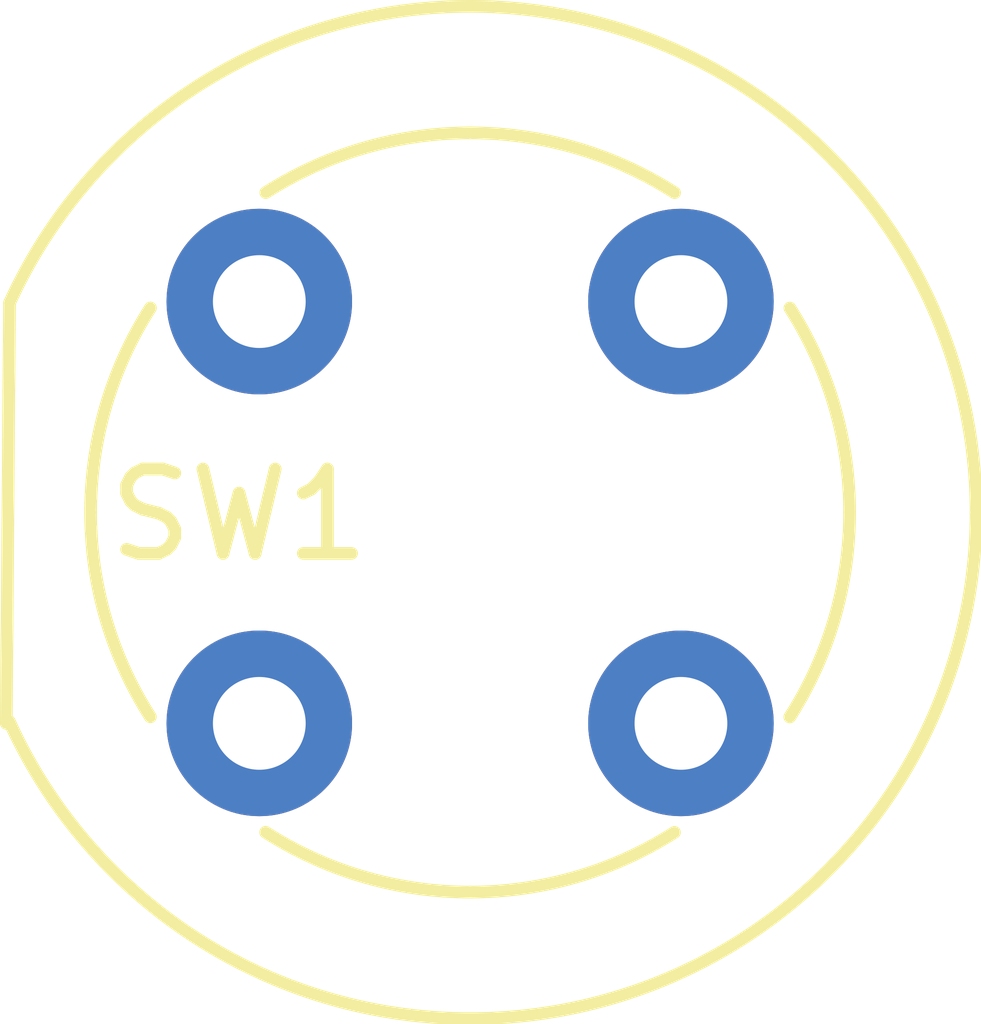
<source format=kicad_pcb>
(kicad_pcb (version 20171130) (host pcbnew "(5.1.9-0-10_14)")

  (general
    (thickness 1.6)
    (drawings 0)
    (tracks 0)
    (zones 0)
    (modules 1)
    (nets 3)
  )

  (page A4)
  (layers
    (0 F.Cu signal)
    (31 B.Cu signal)
    (32 B.Adhes user)
    (33 F.Adhes user)
    (34 B.Paste user)
    (35 F.Paste user)
    (36 B.SilkS user)
    (37 F.SilkS user)
    (38 B.Mask user)
    (39 F.Mask user)
    (40 Dwgs.User user)
    (41 Cmts.User user)
    (42 Eco1.User user)
    (43 Eco2.User user)
    (44 Edge.Cuts user)
    (45 Margin user)
    (46 B.CrtYd user hide)
    (47 F.CrtYd user hide)
    (48 B.Fab user hide)
    (49 F.Fab user hide)
  )

  (setup
    (last_trace_width 0.1524)
    (user_trace_width 0.1524)
    (user_trace_width 0.254)
    (user_trace_width 0.4064)
    (user_trace_width 0.635)
    (trace_clearance 0.1524)
    (zone_clearance 0.508)
    (zone_45_only no)
    (trace_min 0.1524)
    (via_size 0.6858)
    (via_drill 0.3048)
    (via_min_size 0.6858)
    (via_min_drill 0.3048)
    (uvia_size 0.3048)
    (uvia_drill 0.1524)
    (uvias_allowed no)
    (uvia_min_size 0.2)
    (uvia_min_drill 0.1)
    (edge_width 0.15)
    (segment_width 0.15)
    (pcb_text_width 0.3)
    (pcb_text_size 1.5 1.5)
    (mod_edge_width 0.15)
    (mod_text_size 1 1)
    (mod_text_width 0.15)
    (pad_size 1.524 1.524)
    (pad_drill 0.762)
    (pad_to_mask_clearance 0.2)
    (aux_axis_origin 0 0)
    (visible_elements FFFFFF7F)
    (pcbplotparams
      (layerselection 0x010fc_ffffffff)
      (usegerberextensions false)
      (usegerberattributes false)
      (usegerberadvancedattributes false)
      (creategerberjobfile false)
      (excludeedgelayer true)
      (linewidth 0.100000)
      (plotframeref false)
      (viasonmask false)
      (mode 1)
      (useauxorigin false)
      (hpglpennumber 1)
      (hpglpenspeed 20)
      (hpglpendiameter 15.000000)
      (psnegative false)
      (psa4output false)
      (plotreference true)
      (plotvalue true)
      (plotinvisibletext false)
      (padsonsilk false)
      (subtractmaskfromsilk false)
      (outputformat 1)
      (mirror false)
      (drillshape 1)
      (scaleselection 1)
      (outputdirectory ""))
  )

  (net 0 "")
  (net 1 +3V3)
  (net 2 Pin0)

  (net_class Default "This is the default net class."
    (clearance 0.1524)
    (trace_width 0.1524)
    (via_dia 0.6858)
    (via_drill 0.3048)
    (uvia_dia 0.3048)
    (uvia_drill 0.1524)
    (diff_pair_width 0.1524)
    (diff_pair_gap 0.1524)
    (add_net +3V3)
    (add_net Pin0)
  )

  (module Switch_Thonk:SW_SPST_CKD6R locked (layer F.Cu) (tedit 60B9596D) (tstamp 60B9B5C5)
    (at 0 0)
    (path /5FD27819)
    (fp_text reference SW1 (at -2.74 0.03) (layer F.SilkS)
      (effects (font (size 1 1) (thickness 0.15)))
    )
    (fp_text value SW_Push_Dual (at 0 -7.1) (layer F.Fab)
      (effects (font (size 1 1) (thickness 0.15)))
    )
    (fp_line (start -5.462199 -2.482818) (end -5.5 2.5) (layer F.SilkS) (width 0.15))
    (fp_arc (start 0 0) (end 4.5 0) (angle -32.57405713) (layer F.SilkS) (width 0.15))
    (fp_arc (start 0 0) (end 4.5 0) (angle 32.6) (layer F.SilkS) (width 0.15))
    (fp_arc (start 0 0) (end 0 -4.5) (angle 32.6) (layer F.SilkS) (width 0.15))
    (fp_arc (start 0 0) (end 0 -4.5) (angle -32.57405713) (layer F.SilkS) (width 0.15))
    (fp_arc (start 0 0) (end -4.5 0) (angle -32.57405713) (layer F.SilkS) (width 0.15))
    (fp_arc (start 0 0) (end -4.5 0) (angle 32.6) (layer F.SilkS) (width 0.15))
    (fp_arc (start 0 0) (end 0 4.5) (angle -32.57405713) (layer F.SilkS) (width 0.15))
    (fp_arc (start 0 0) (end 0 4.5) (angle 32.6) (layer F.SilkS) (width 0.15))
    (fp_arc (start 0 0) (end 6 0) (angle -155.5560452) (layer F.SilkS) (width 0.15))
    (fp_arc (start 0 0) (end 6 0) (angle 155.6) (layer F.SilkS) (width 0.15))
    (pad 2 thru_hole circle (at -2.5 2.5) (size 2.2 2.2) (drill 1.1) (layers *.Cu *.Mask)
      (net 2 Pin0))
    (pad 1 thru_hole circle (at -2.5 -2.5) (size 2.2 2.2) (drill 1.1) (layers *.Cu *.Mask)
      (net 1 +3V3))
    (pad 1 thru_hole circle (at 2.5 -2.5) (size 2.2 2.2) (drill 1.1) (layers *.Cu *.Mask)
      (net 1 +3V3))
    (pad 2 thru_hole circle (at 2.5 2.5) (size 2.2 2.2) (drill 1.1) (layers *.Cu *.Mask)
      (net 2 Pin0))
  )

)

</source>
